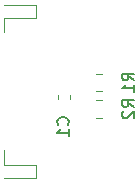
<source format=gbr>
%TF.GenerationSoftware,KiCad,Pcbnew,5.1.10-1.fc33*%
%TF.CreationDate,2021-10-07T20:02:16-05:00*%
%TF.ProjectId,serdes-rf-hdmi,73657264-6573-42d7-9266-2d68646d692e,B*%
%TF.SameCoordinates,Original*%
%TF.FileFunction,Legend,Bot*%
%TF.FilePolarity,Positive*%
%FSLAX46Y46*%
G04 Gerber Fmt 4.6, Leading zero omitted, Abs format (unit mm)*
G04 Created by KiCad (PCBNEW 5.1.10-1.fc33) date 2021-10-07 20:02:16*
%MOMM*%
%LPD*%
G01*
G04 APERTURE LIST*
%ADD10C,0.120000*%
%ADD11C,0.150000*%
G04 APERTURE END LIST*
D10*
%TO.C,C1*%
X123240000Y-85359420D02*
X123240000Y-85640580D01*
X124260000Y-85359420D02*
X124260000Y-85640580D01*
%TO.C,R2*%
X126977064Y-85765000D02*
X126522936Y-85765000D01*
X126977064Y-87235000D02*
X126522936Y-87235000D01*
%TO.C,R1*%
X126977064Y-83515000D02*
X126522936Y-83515000D01*
X126977064Y-84985000D02*
X126522936Y-84985000D01*
%TO.C,J1*%
X118710000Y-77660000D02*
X121460000Y-77660000D01*
X121460000Y-77660000D02*
X121460000Y-78790000D01*
X121460000Y-78790000D02*
X118710000Y-78790000D01*
X118710000Y-78790000D02*
X118710000Y-79990000D01*
X118710000Y-91210000D02*
X118710000Y-90010000D01*
X121460000Y-91210000D02*
X118710000Y-91210000D01*
X118710000Y-92340000D02*
X121460000Y-92340000D01*
X121460000Y-92340000D02*
X121460000Y-91210000D01*
%TO.C,C1*%
D11*
X124107142Y-87833333D02*
X124154761Y-87785714D01*
X124202380Y-87642857D01*
X124202380Y-87547619D01*
X124154761Y-87404761D01*
X124059523Y-87309523D01*
X123964285Y-87261904D01*
X123773809Y-87214285D01*
X123630952Y-87214285D01*
X123440476Y-87261904D01*
X123345238Y-87309523D01*
X123250000Y-87404761D01*
X123202380Y-87547619D01*
X123202380Y-87642857D01*
X123250000Y-87785714D01*
X123297619Y-87833333D01*
X124202380Y-88785714D02*
X124202380Y-88214285D01*
X124202380Y-88500000D02*
X123202380Y-88500000D01*
X123345238Y-88404761D01*
X123440476Y-88309523D01*
X123488095Y-88214285D01*
%TO.C,R2*%
X129702380Y-86333333D02*
X129226190Y-86000000D01*
X129702380Y-85761904D02*
X128702380Y-85761904D01*
X128702380Y-86142857D01*
X128750000Y-86238095D01*
X128797619Y-86285714D01*
X128892857Y-86333333D01*
X129035714Y-86333333D01*
X129130952Y-86285714D01*
X129178571Y-86238095D01*
X129226190Y-86142857D01*
X129226190Y-85761904D01*
X128797619Y-86714285D02*
X128750000Y-86761904D01*
X128702380Y-86857142D01*
X128702380Y-87095238D01*
X128750000Y-87190476D01*
X128797619Y-87238095D01*
X128892857Y-87285714D01*
X128988095Y-87285714D01*
X129130952Y-87238095D01*
X129702380Y-86666666D01*
X129702380Y-87285714D01*
%TO.C,R1*%
X129702380Y-84083333D02*
X129226190Y-83750000D01*
X129702380Y-83511904D02*
X128702380Y-83511904D01*
X128702380Y-83892857D01*
X128750000Y-83988095D01*
X128797619Y-84035714D01*
X128892857Y-84083333D01*
X129035714Y-84083333D01*
X129130952Y-84035714D01*
X129178571Y-83988095D01*
X129226190Y-83892857D01*
X129226190Y-83511904D01*
X129702380Y-85035714D02*
X129702380Y-84464285D01*
X129702380Y-84750000D02*
X128702380Y-84750000D01*
X128845238Y-84654761D01*
X128940476Y-84559523D01*
X128988095Y-84464285D01*
%TD*%
M02*

</source>
